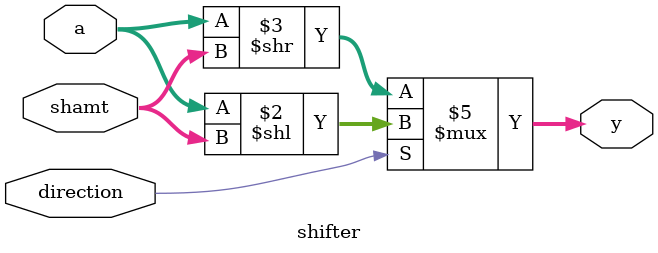
<source format=sv>
module shifter(
    input  logic [31:0] a,          // Valor de entrada
    input  logic [4:0]  shamt,       // Quantidade de deslocamento (0-31)
    input  logic        direction,   // Direção: 0 = direita, 1 = esquerda
    output logic [31:0] y            // Valor deslocado
);
    always_comb begin
        if (direction) begin
            y = a << shamt;        // Deslocamento para esquerda
        end else begin
            y = a >> shamt;        // Deslocamento para direita
        end
    end
endmodule
</source>
